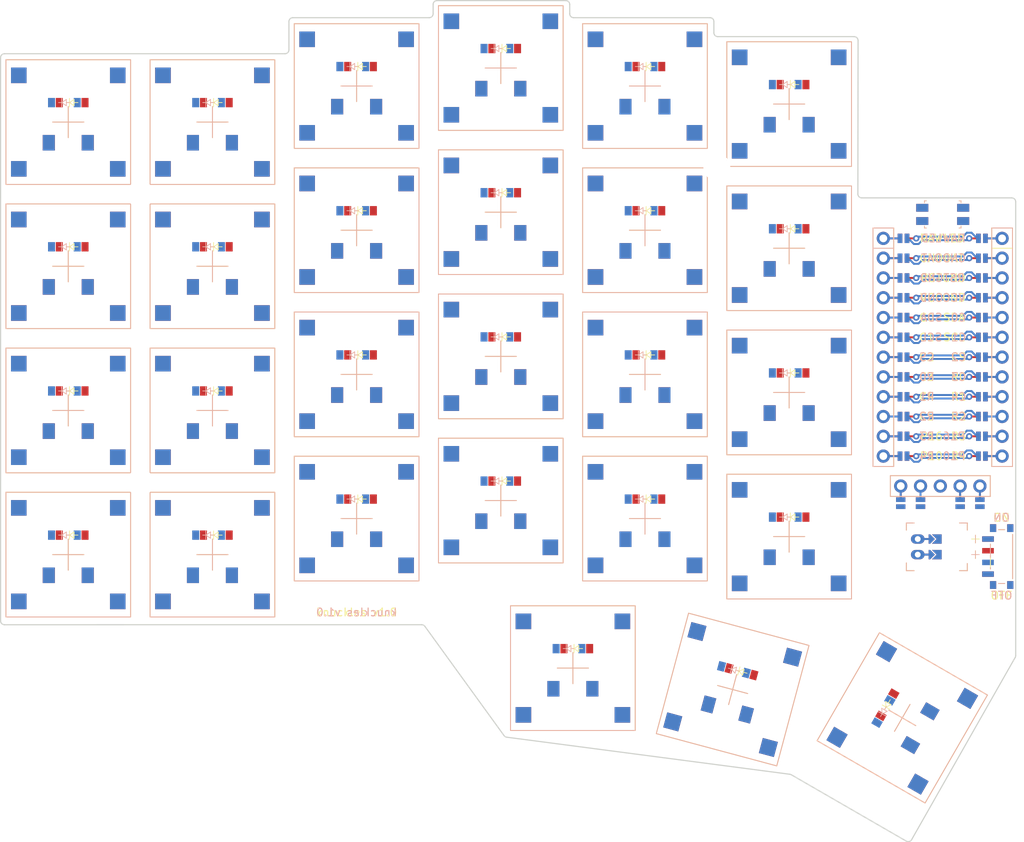
<source format=kicad_pcb>
(kicad_pcb (version 20240108) (generator "ergogen") (generator_version "4.1.0")
  (title_block (title "knuckles_wireless") (date "2025-03-17") (rev "0.2") (company "ceoloide"))
  (layers (0 "F.Cu" signal) (31 "B.Cu" signal) (34 "B.Paste" user) (35 "F.Paste" user) (36 "B.SilkS" user "B.Silkscreen") (37 "F.SilkS" user "F.Silkscreen") (38 "B.Mask" user) (39 "F.Mask" user) (44 "Edge.Cuts" user))
  (net 0 "")
  (net 1 "C0")
  (net 2 "outer_bottom_B")
  (net 3 "outer_home_B")
  (net 4 "outer_top_B")
  (net 5 "outer_numbers_B")
  (net 6 "C1")
  (net 7 "pinky_bottom_B")
  (net 8 "pinky_home_B")
  (net 9 "pinky_top_B")
  (net 10 "pinky_numbers_B")
  (net 11 "C2")
  (net 12 "ring_bottom_B")
  (net 13 "ring_home_B")
  (net 14 "ring_top_B")
  (net 15 "ring_numbers_B")
  (net 16 "C3")
  (net 17 "middle_bottom_B")
  (net 18 "middle_home_B")
  (net 19 "middle_top_B")
  (net 20 "middle_numbers_B")
  (net 21 "C4")
  (net 22 "index_bottom_B")
  (net 23 "index_home_B")
  (net 24 "index_top_B")
  (net 25 "index_numbers_B")
  (net 26 "C5")
  (net 27 "inner_bottom_B")
  (net 28 "inner_home_B")
  (net 29 "inner_top_B")
  (net 30 "inner_numbers_B")
  (net 31 "near_home_B")
  (net 32 "mid_home_B")
  (net 33 "far_home_B")
  (net 34 "R3")
  (net 35 "R2")
  (net 36 "R1")
  (net 37 "R0")
  (net 38 "R4")
  (net 39 "outer_bottom_F")
  (net 40 "outer_home_F")
  (net 41 "outer_top_F")
  (net 42 "outer_numbers_F")
  (net 43 "pinky_bottom_F")
  (net 44 "pinky_home_F")
  (net 45 "pinky_top_F")
  (net 46 "pinky_numbers_F")
  (net 47 "ring_bottom_F")
  (net 48 "ring_home_F")
  (net 49 "ring_top_F")
  (net 50 "ring_numbers_F")
  (net 51 "middle_bottom_F")
  (net 52 "middle_home_F")
  (net 53 "middle_top_F")
  (net 54 "middle_numbers_F")
  (net 55 "index_bottom_F")
  (net 56 "index_home_F")
  (net 57 "index_top_F")
  (net 58 "index_numbers_F")
  (net 59 "inner_bottom_F")
  (net 60 "inner_home_F")
  (net 61 "inner_top_F")
  (net 62 "inner_numbers_F")
  (net 63 "near_home_F")
  (net 64 "mid_home_F")
  (net 65 "far_home_F")
  (net 66 "RAW")
  (net 67 "GND")
  (net 68 "RST")
  (net 69 "VCC")
  (net 70 "P16")
  (net 71 "P10")
  (net 72 "LED")
  (net 73 "DAT")
  (net 74 "SDA")
  (net 75 "SCL")
  (net 76 "CS")
  (net 77 "P101")
  (net 78 "P102")
  (net 79 "P107")
  (net 80 "MCU1_24")
  (net 81 "MCU1_1")
  (net 82 "MCU1_23")
  (net 83 "MCU1_2")
  (net 84 "MCU1_22")
  (net 85 "MCU1_3")
  (net 86 "MCU1_21")
  (net 87 "MCU1_4")
  (net 88 "MCU1_20")
  (net 89 "MCU1_5")
  (net 90 "MCU1_19")
  (net 91 "MCU1_6")
  (net 92 "MCU1_18")
  (net 93 "MCU1_7")
  (net 94 "MCU1_17")
  (net 95 "MCU1_8")
  (net 96 "MCU1_16")
  (net 97 "MCU1_9")
  (net 98 "MCU1_15")
  (net 99 "MCU1_10")
  (net 100 "MCU1_14")
  (net 101 "MCU1_11")
  (net 102 "MCU1_13")
  (net 103 "MCU1_12")
  (net 104 "DISP1_1")
  (net 105 "DISP1_2")
  (net 106 "DISP1_4")
  (net 107 "DISP1_5")
  (net 108 "BAT_P")
  (net 109 "JST1_1")
  (net 110 "JST1_2")
  (footprint "ceoloide:mounting_hole_npth" (layer "F.Cu") (at 204.927 100.4635 0)
    (property "Reference" "MH1" hide)
  )
  (footprint "ceoloide:mounting_hole_npth" (layer "F.Cu") (at 218.969 108.7575 0)
    (property "Reference" "MH2" hide)
  )
  (footprint "ceoloide:mounting_hole_npth" (layer "F.Cu") (at 109.25 53.75 0)
    (property "Reference" "MH3" hide)
  )
  (footprint "ceoloide:mounting_hole_npth" (layer "F.Cu") (at 109.25 90.75 0)
    (property "Reference" "MH4" hide)
  )
  (footprint "ceoloide:mounting_hole_npth" (layer "F.Cu") (at 183.218 50.298500000000004 0)
    (property "Reference" "MH5" hide)
  )
  (footprint "ceoloide:mounting_hole_npth" (layer "F.Cu") (at 151.157 107.615 0)
    (property "Reference" "MH6" hide)
  )
  (footprint "ceoloide:mounting_hole_npth" (layer "F.Cu") (at 196.7245951 115.0067481 60)
    (property "Reference" "MH7" hide)
  )
  (footprint "CPG1316S01D02" (at 100 100 0) (layer B.Cu)
    (property "Reference" "S1" hide)
  )
  (footprint "CPG1316S01D02" (at 100 81.5 0) (layer B.Cu)
    (property "Reference" "S2" hide)
  )
  (footprint "CPG1316S01D02" (at 100 63 0) (layer B.Cu)
    (property "Reference" "S3" hide)
  )
  (footprint "CPG1316S01D02" (at 100 44.5 0) (layer B.Cu)
    (property "Reference" "S4" hide)
  )
  (footprint "CPG1316S01D02" (at 118.5 100 0) (layer B.Cu)
    (property "Reference" "S5" hide)
  )
  (footprint "CPG1316S01D02" (at 118.5 81.5 0) (layer B.Cu)
    (property "Reference" "S6" hide)
  )
  (footprint "CPG1316S01D02" (at 118.5 63 0) (layer B.Cu)
    (property "Reference" "S7" hide)
  )
  (footprint "CPG1316S01D02" (at 118.5 44.5 0) (layer B.Cu)
    (property "Reference" "S8" hide)
  )
  (footprint "CPG1316S01D02" (at 137 95.375 0) (layer B.Cu)
    (property "Reference" "S9" hide)
  )
  (footprint "CPG1316S01D02" (at 137 76.875 0) (layer B.Cu)
    (property "Reference" "S10" hide)
  )
  (footprint "CPG1316S01D02" (at 137 58.375 0) (layer B.Cu)
    (property "Reference" "S11" hide)
  )
  (footprint "CPG1316S01D02" (at 137 39.875 0) (layer B.Cu)
    (property "Reference" "S12" hide)
  )
  (footprint "CPG1316S01D02" (at 155.5 93.0625 0) (layer B.Cu)
    (property "Reference" "S13" hide)
  )
  (footprint "CPG1316S01D02" (at 155.5 74.5625 0) (layer B.Cu)
    (property "Reference" "S14" hide)
  )
  (footprint "CPG1316S01D02" (at 155.5 56.0625 0) (layer B.Cu)
    (property "Reference" "S15" hide)
  )
  (footprint "CPG1316S01D02" (at 155.5 37.5625 0) (layer B.Cu)
    (property "Reference" "S16" hide)
  )
  (footprint "CPG1316S01D02" (at 174 95.375 0) (layer B.Cu)
    (property "Reference" "S17" hide)
  )
  (footprint "CPG1316S01D02" (at 174 76.875 0) (layer B.Cu)
    (property "Reference" "S18" hide)
  )
  (footprint "CPG1316S01D02" (at 174 58.375 0) (layer B.Cu)
    (property "Reference" "S19" hide)
  )
  (footprint "CPG1316S01D02" (at 174 39.875 0) (layer B.Cu)
    (property "Reference" "S20" hide)
  )
  (footprint "CPG1316S01D02" (at 192.5 97.6875 0) (layer B.Cu)
    (property "Reference" "S21" hide)
  )
  (footprint "CPG1316S01D02" (at 192.5 79.1875 0) (layer B.Cu)
    (property "Reference" "S22" hide)
  )
  (footprint "CPG1316S01D02" (at 192.5 60.6875 0) (layer B.Cu)
    (property "Reference" "S23" hide)
  )
  (footprint "CPG1316S01D02" (at 192.5 42.1875 0) (layer B.Cu)
    (property "Reference" "S24" hide)
  )
  (footprint "CPG1316S01D02" (at 164.75 114.5625 0) (layer B.Cu)
    (property "Reference" "S25" hide)
  )
  (footprint "CPG1316S01D02" (at 185.25 117.3125 -15) (layer B.Cu)
    (property "Reference" "S26" hide)
  )
  (footprint "CPG1316S01D02" (at 207.0138429 120.9472481 60) (layer B.Cu)
    (property "Reference" "S27" hide)
  )
  (footprint "ceoloide:diode_tht_sod123" (layer "B.Cu") (at 99.5 97.5 0)
    (property "Reference" "D1" hide)
  )
  (footprint "ceoloide:diode_tht_sod123" (layer "B.Cu") (at 99.5 79 0)
    (property "Reference" "D2" hide)
  )
  (footprint "ceoloide:diode_tht_sod123" (layer "B.Cu") (at 99.5 60.5 0)
    (property "Reference" "D3" hide)
  )
  (footprint "ceoloide:diode_tht_sod123" (layer "B.Cu") (at 99.5 42 0)
    (property "Reference" "D4" hide)
  )
  (footprint "ceoloide:diode_tht_sod123" (layer "B.Cu") (at 118 97.5 0)
    (property "Reference" "D5" hide)
  )
  (footprint "ceoloide:diode_tht_sod123" (layer "B.Cu") (at 118 79 0)
    (property "Reference" "D6" hide)
  )
  (footprint "ceoloide:diode_tht_sod123" (layer "B.Cu") (at 118 60.5 0)
    (property "Reference" "D7" hide)
  )
  (footprint "ceoloide:diode_tht_sod123" (layer "B.Cu") (at 118 42 0)
    (property "Reference" "D8" hide)
  )
  (footprint "ceoloide:diode_tht_sod123" (layer "B.Cu") (at 136.5 92.875 0)
    (property "Reference" "D9" hide)
  )
  (footprint "ceoloide:diode_tht_sod123" (layer "B.Cu") (at 136.5 74.375 0)
    (property "Reference" "D10" hide)
  )
  (footprint "ceoloide:diode_tht_sod123" (layer "B.Cu") (at 136.5 55.875 0)
    (property "Reference" "D11" hide)
  )
  (footprint "ceoloide:diode_tht_sod123" (layer "B.Cu") (at 136.5 37.375 0)
    (property "Reference" "D12" hide)
  )
  (footprint "ceoloide:diode_tht_sod123" (layer "B.Cu") (at 155 90.5625 0)
    (property "Reference" "D13" hide)
  )
  (footprint "ceoloide:diode_tht_sod123" (layer "B.Cu") (at 155 72.0625 0)
    (property "Reference" "D14" hide)
  )
  (footprint "ceoloide:diode_tht_sod123" (layer "B.Cu") (at 155 53.5625 0)
    (property "Reference" "D15" hide)
  )
  (footprint "ceoloide:diode_tht_sod123" (layer "B.Cu") (at 155 35.0625 0)
    (property "Reference" "D16" hide)
  )
  (footprint "ceoloide:diode_tht_sod123" (layer "B.Cu") (at 173.5 92.875 0)
    (property "Reference" "D17" hide)
  )
  (footprint "ceoloide:diode_tht_sod123" (layer "B.Cu") (at 173.5 74.375 0)
    (property "Reference" "D18" hide)
  )
  (footprint "ceoloide:diode_tht_sod123" (layer "B.Cu") (at 173.5 55.875 0)
    (property "Reference" "D19" hide)
  )
  (footprint "ceoloide:diode_tht_sod123" (layer "B.Cu") (at 173.5 37.375 0)
    (property "Reference" "D20" hide)
  )
  (footprint "ceoloide:diode_tht_sod123" (layer "B.Cu") (at 192 95.1875 0)
    (property "Reference" "D21" hide)
  )
  (footprint "ceoloide:diode_tht_sod123" (layer "B.Cu") (at 192 76.6875 0)
    (property "Reference" "D22" hide)
  )
  (footprint "ceoloide:diode_tht_sod123" (layer "B.Cu") (at 192 58.1875 0)
    (property "Reference" "D23" hide)
  )
  (footprint "ceoloide:diode_tht_sod123" (layer "B.Cu") (at 192 39.6875 0)
    (property "Reference" "D24" hide)
  )
  (footprint "ceoloide:diode_tht_sod123" (layer "B.Cu") (at 164.25 112.0625 0)
    (property "Reference" "D25" hide)
  )
  (footprint "ceoloide:diode_tht_sod123" (layer "B.Cu") (at 185.4140847 114.7682759 -15)
    (property "Reference" "D26" hide)
  )
  (footprint "ceoloide:diode_tht_sod123" (layer "B.Cu") (at 204.59877939999998 120.1302608 60)
    (property "Reference" "D27" hide)
  )
  (footprint "CPG1316S01D02" (at 100 100 0) (layer F.Cu)
    (property "Reference" "S28" hide)
  )
  (footprint "CPG1316S01D02" (at 100 81.5 0) (layer F.Cu)
    (property "Reference" "S29" hide)
  )
  (footprint "CPG1316S01D02" (at 100 63 0) (layer F.Cu)
    (property "Reference" "S30" hide)
  )
  (footprint "CPG1316S01D02" (at 100 44.5 0) (layer F.Cu)
    (property "Reference" "S31" hide)
  )
  (footprint "CPG1316S01D02" (at 118.5 100 0) (layer F.Cu)
    (property "Reference" "S32" hide)
  )
  (footprint "CPG1316S01D02" (at 118.5 81.5 0) (layer F.Cu)
    (property "Reference" "S33" hide)
  )
  (footprint "CPG1316S01D02" (at 118.5 63 0) (layer F.Cu)
    (property "Reference" "S34" hide)
  )
  (footprint "CPG1316S01D02" (at 118.5 44.5 0) (layer F.Cu)
    (property "Reference" "S35" hide)
  )
  (footprint "CPG1316S01D02" (at 137 95.375 0) (layer F.Cu)
    (property "Reference" "S36" hide)
  )
  (footprint "CPG1316S01D02" (at 137 76.875 0) (layer F.Cu)
    (property "Reference" "S37" hide)
  )
  (footprint "CPG1316S01D02" (at 137 58.375 0) (layer F.Cu)
    (property "Reference" "S38" hide)
  )
  (footprint "CPG1316S01D02" (at 137 39.875 0) (layer F.Cu)
    (property "Reference" "S39" hide)
  )
  (footprint "CPG1316S01D02" (at 155.5 93.0625 0) (layer F.Cu)
    (property "Reference" "S40" hide)
  )
  (footprint "CPG1316S01D02" (at 155.5 74.5625 0) (layer F.Cu)
    (property "Reference" "S41" hide)
  )
  (footprint "CPG1316S01D02" (at 155.5 56.0625 0) (layer F.Cu)
    (property "Reference" "S42" hide)
  )
  (footprint "CPG1316S01D02" (at 155.5 37.5625 0) (layer F.Cu)
    (property "Reference" "S43" hide)
  )
  (footprint "CPG1316S01D02" (at 174 95.375 0) (layer F.Cu)
    (property "Reference" "S44" hide)
  )
  (footprint "CPG1316S01D02" (at 174 76.875 0) (layer F.Cu)
    (property "Reference" "S45" hide)
  )
  (footprint "CPG1316S01D02" (at 174 58.375 0) (layer F.Cu)
    (property "Reference" "S46" hide)
  )
  (footprint "CPG1316S01D02" (at 174 39.875 0) (layer F.Cu)
    (property "Reference" "S47" hide)
  )
  (footprint "CPG1316S01D02" (at 192.5 97.6875 0) (layer F.Cu)
    (property "Reference" "S48" hide)
  )
  (footprint "CPG1316S01D02" (at 192.5 79.1875 0) (layer F.Cu)
    (property "Reference" "S49" hide)
  )
  (footprint "CPG1316S01D02" (at 192.5 60.6875 0) (layer F.Cu)
    (property "Reference" "S50" hide)
  )
  (footprint "CPG1316S01D02" (at 192.5 42.1875 0) (layer F.Cu)
    (property "Reference" "S51" hide)
  )
  (footprint "CPG1316S01D02" (at 164.75 114.5625 0) (layer F.Cu)
    (property "Reference" "S52" hide)
  )
  (footprint "CPG1316S01D02" (at 185.25 117.3125 -15) (layer F.Cu)
    (property "Reference" "S53" hide)
  )
  (footprint "CPG1316S01D02" (at 207.0138429 120.9472481 60) (layer F.Cu)
    (property "Reference" "S54" hide)
  )
  (footprint "ceoloide:diode_tht_sod123" (layer "F.Cu") (at 100.5 97.5 0)
    (property "Reference" "D28" hide)
  )
  (footprint "ceoloide:diode_tht_sod123" (layer "F.Cu") (at 100.5 79 0)
    (property "Reference" "D29" hide)
  )
  (footprint "ceoloide:diode_tht_sod123" (layer "F.Cu") (at 100.5 60.5 0)
    (property "Reference" "D30" hide)
  )
  (footprint "ceoloide:diode_tht_sod123" (layer "F.Cu") (at 100.5 42 0)
    (property "Reference" "D31" hide)
  )
  (footprint "ceoloide:diode_tht_sod123" (layer "F.Cu") (at 119 97.5 0)
    (property "Reference" "D32" hide)
  )
  (footprint "ceoloide:diode_tht_sod123" (layer "F.Cu") (at 119 79 0)
    (property "Reference" "D33" hide)
  )
  (footprint "ceoloide:diode_tht_sod123" (layer "F.Cu") (at 119 60.5 0)
    (property "Reference" "D34" hide)
  )
  (footprint "ceoloide:diode_tht_sod123" (layer "F.Cu") (at 119 42 0)
    (property "Reference" "D35" hide)
  )
  (footprint "ceoloide:diode_tht_sod123" (layer "F.Cu") (at 137.5 92.875 0)
    (property "Reference" "D36" hide)
  )
  (footprint "ceoloide:diode_tht_sod123" (layer "F.Cu") (at 137.5 74.375 0)
    (property "Reference" "D37" hide)
  )
  (footprint "ceoloide:diode_tht_sod123" (layer "F.Cu") (at 137.5 55.875 0)
    (property "Reference" "D38" hide)
  )
  (footprint "ceoloide:diode_tht_sod123" (layer "F.Cu") (at 137.5 37.375 0)
    (property "Reference" "D39" hide)
  )
  (footprint "ceoloide:diode_tht_sod123" (layer "F.Cu") (at 156 90.5625 0)
    (property "Reference" "D40" hide)
  )
  (footprint "ceoloide:diode_tht_sod123" (layer "F.Cu") (at 156 72.0625 0)
    (property "Reference" "D41" hide)
  )
  (footprint "ceoloide:diode_tht_sod123" (layer "F.Cu") (at 156 53.5625 0)
    (property "Reference" "D42" hide)
  )
  (footprint "ceoloide:diode_tht_sod123" (layer "F.Cu") (at 156 35.0625 0)
    (property "Reference" "D43" hide)
  )
  (footprint "ceoloide:diode_tht_sod123" (layer "F.Cu") (at 174.5 92.875 0)
    (property "Reference" "D44" hide)
  )
  (footprint "ceoloide:diode_tht_sod123" (layer "F.Cu") (at 174.5 74.375 0)
    (property "Reference" "D45" hide)
  )
  (footprint "ceoloide:diode_tht_sod123" (layer "F.Cu") (at 174.5 55.875 0)
    (property "Reference" "D46" hide)
  )
  (footprint "ceoloide:diode_tht_sod123" (layer "F.Cu") (at 174.5 37.375 0)
    (property "Reference" "D47" hide)
  )
  (footprint "ceoloide:diode_tht_sod123" (layer "F.Cu") (at 193 95.1875 0)
    (property "Reference" "D48" hide)
  )
  (footprint "ceoloide:diode_tht_sod123" (layer "F.Cu") (at 193 76.6875 0)
    (property "Reference" "D49" hide)
  )
  (footprint "ceoloide:diode_tht_sod123" (layer "F.Cu") (at 193 58.1875 0)
    (property "Reference" "D50" hide)
  )
  (footprint "ceoloide:diode_tht_sod123" (layer "F.Cu") (at 193 39.6875 0)
    (property "Reference" "D51" hide)
  )
  (footprint "ceoloide:diode_tht_sod123" (layer "F.Cu") (at 165.25 112.0625 0)
    (property "Reference" "D52" hide)
  )
  (footprint "ceoloide:diode_tht_sod123" (layer "F.Cu") (at 186.3800105 115.027095 -15)
    (property "Reference" "D53" hide)
  )
  (footprint "ceoloide:diode_tht_sod123" (layer "F.Cu") (at 205.09877939999998 119.26423539999999 60)
    (property "Reference" "D54" hide)
  )
  (footprint "ceoloide:mcu_nice_nano" (layer "F.Cu") (at 212.204 72.12 0)
    (property "Reference" "MCU1" hide)
  )
  (segment (start 216.78400000000002 59.42) (end 215.604 59.42) (width 0.25) (layer "F.Cu"))
  (segment (start 207.624 59.42) (end 208.804 59.42) (width 0.25) (layer "F.Cu"))
  (segment (start 204.584 59.42) (end 206.704 59.42) (width 0.25) (layer "F.Cu"))
  (segment (start 204.584 59.42) (end 206.704 59.42) (width 0.25) (layer "B.Cu"))
  (segment (start 217.704 59.42) (end 219.824 59.42) (width 0.25) (layer "F.Cu"))
  (segment (start 219.824 59.42) (end 217.704 59.42) (width 0.25) (layer "B.Cu"))
  (segment (start 209.59930500000002 59.650000000000006) (end 215.374 59.650000000000006) (width 0.25) (layer "B.Cu"))
  (segment (start 207.429 59.42) (end 207.778695 59.42) (width 0.25) (layer "B.Cu"))
  (segment (start 208.503695 60.145) (end 209.104305 60.145) (width 0.25) (layer "B.Cu"))
  (segment (start 207.778695 59.42) (end 208.503695 60.145) (width 0.25) (layer "B.Cu"))
  (segment (start 209.104305 60.145) (end 209.59930500000002 59.650000000000006) (width 0.25) (layer "B.Cu"))
  (segment (start 216.979 59.42) (end 216.62930500000002 59.42) (width 0.25) (layer "B.Cu"))
  (segment (start 214.798695 59.2) (end 209.024 59.2) (width 0.25) (layer "B.Cu"))
  (segment (start 216.62930500000002 59.42) (end 215.90430500000002 58.69500000000001) (width 0.25) (layer "B.Cu"))
  (segment (start 215.90430500000002 58.69500000000001) (end 215.303695 58.69500000000001) (width 0.25) (layer "B.Cu"))
  (segment (start 215.303695 58.69500000000001) (end 214.798695 59.2) (width 0.25) (layer "B.Cu"))
  (segment (start 216.78400000000002 61.96000000000001) (end 215.604 61.96000000000001) (width 0.25) (layer "F.Cu"))
  (segment (start 207.624 61.96000000000001) (end 208.804 61.96000000000001) (width 0.25) (layer "F.Cu"))
  (segment (start 204.584 61.96000000000001) (end 206.704 61.96000000000001) (width 0.25) (layer "F.Cu"))
  (segment (start 204.584 61.96000000000001) (end 206.704 61.96000000000001) (width 0.25) (layer "B.Cu"))
  (segment (start 217.704 61.96000000000001) (end 219.824 61.96000000000001) (width 0.25) (layer "F.Cu"))
  (segment (start 219.824 61.96000000000001) (end 217.704 61.96000000000001) (width 0.25) (layer "B.Cu"))
  (segment (start 209.59930500000002 62.190000000000005) (end 215.374 62.190000000000005) (width 0.25) (layer "B.Cu"))
  (segment (start 207.429 61.96000000000001) (end 207.778695 61.96000000000001) (width 0.25) (layer "B.Cu"))
  (segment (start 208.503695 62.685) (end 209.104305 62.685) (width 0.25) (layer "B.Cu"))
  (segment (start 207.778695 61.96000000000001) (end 208.503695 62.685) (width 0.25) (layer "B.Cu"))
  (segment (start 209.104305 62.685) (end 209.59930500000002 62.190000000000005) (width 0.25) (layer "B.Cu"))
  (segment (start 216.979 61.96000000000001) (end 216.62930500000002 61.96000000000001) (width 0.25) (layer "B.Cu"))
  (segment (start 214.798695 61.74) (end 209.024 61.74) (width 0.25) (layer "B.Cu"))
  (segment (start 216.62930500000002 61.96000000000001) (end 215.90430500000002 61.23500000000001) (width 0.25) (layer "B.Cu"))
  (segment (start 215.90430500000002 61.23500000000001) (end 215.303695 61.23500000000001) (width 0.25) (layer "B.Cu"))
  (segment (start 215.303695 61.23500000000001) (end 214.798695 61.74) (width 0.25) (layer "B.Cu"))
  (segment (start 216.78400000000002 64.5) (end 215.604 64.5) (width 0.25) (layer "F.Cu"))
  (segment (start 207.624 64.5) (end 208.804 64.5) (width 0.25) (layer "F.Cu"))
  (segment (start 204.584 64.5) (end 206.704 64.5) (width 0.25) (layer "F.Cu"))
  (segment (start 204.584 64.5) (end 206.704 64.5) (width 0.25) (layer "B.Cu"))
  (segment (start 217.704 64.5) (end 219.824 64.5) (width 0.25) (layer "F.Cu"))
  (segment (start 219.824 64.5) (end 217.704 64.5) (width 0.25) (layer "B.Cu"))
  (segment (start 209.59930500000002 64.73) (end 215.374 64.73) (width 0.25) (layer "B.Cu"))
  (segment (start 207.429 64.5) (end 207.778695 64.5) (width 0.25) (layer "B.Cu"))
  (segment (start 208.503695 65.22500000000001) (end 209.104305 65.22500000000001) (width 0.25) (layer "B.Cu"))
  (segment (start 207.778695 64.5) (end 208.503695 65.22500000000001) (width 0.25) (layer "B.Cu"))
  (segment (start 209.104305 65.22500000000001) (end 209.59930500000002 64.73) (width 0.25) (layer "B.Cu"))
  (segment (start 216.979 64.5) (end 216.62930500000002 64.5) (width 0.25) (layer "B.Cu"))
  (segment (start 214.798695 64.28) (end 209.024 64.28) (width 0.25) (layer "B.Cu"))
  (segment (start 216.62930500000002 64.5) (end 215.90430500000002 63.775000000000006) (width 0.25) (layer "B.Cu"))
  (segment (start 215.90430500000002 63.775000000000006) (end 215.303695 63.775000000000006) (width 0.25) (layer "B.Cu"))
  (segment (start 215.303695 63.775000000000006) (end 214.798695 64.28) (width 0.25) (layer "B.Cu"))
  (segment (start 216.78400000000002 67.04) (end 215.604 67.04) (width 0.25) (layer "F.Cu"))
  (segment (start 207.624 67.04) (end 208.804 67.04) (width 0.25) (layer "F.Cu"))
  (segment (start 204.584 67.04) (end 206.704 67.04) (width 0.25) (layer "F.Cu"))
  (segment (start 204.584 67.04) (end 206.704 67.04) (width 0.25) (layer "B.Cu"))
  (segment (start 217.704 67.04) (end 219.824 67.04) (width 0.25) (layer "F.Cu"))
  (segment (start 219.824 67.04) (end 217.704 67.04) (width 0.25) (layer "B.Cu"))
  (segment (start 209.59930500000002 67.27000000000001) (end 215.374 67.27000000000001) (width 0.25) (layer "B.Cu"))
  (segment (start 207.429 67.04) (end 207.778695 67.04) (width 0.25) (layer "B.Cu"))
  (segment (start 208.503695 67.765) (end 209.104305 67.765) (width 0.25) (layer "B.Cu"))
  (segment (start 207.778695 67.04) (end 208.503695 67.765) (width 0.25) (layer "B.Cu"))
  (segment (start 209.104305 67.765) (end 209.59930500000002 67.27000000000001) (width 0.25) (layer "B.Cu"))
  (segment (start 216.979 67.04) (end 216.62930500000002 67.04) (width 0.25) (layer "B.Cu"))
  (segment (start 214.798695 66.82000000000001) (end 209.024 66.82000000000001) (width 0.25) (layer "B.Cu"))
  (segment (start 216.62930500000002 67.04) (end 215.90430500000002 66.315) (width 0.25) (layer "B.Cu"))
  (segment (start 215.90430500000002 66.315) (end 215.303695 66.315) (width 0.25) (layer "B.Cu"))
  (segment (start 215.303695 66.315) (end 214.798695 66.82000000000001) (width 0.25) (layer "B.Cu"))
  (segment (start 216.78400000000002 69.58) (end 215.604 69.58) (width 0.25) (layer "F.Cu"))
  (segment (start 207.624 69.58) (end 208.804 69.58) (width 0.25) (layer "F.Cu"))
  (segment (start 204.584 69.58) (end 206.704 69.58) (width 0.25) (layer "F.Cu"))
  (segment (start 204.584 69.58) (end 206.704 69.58) (width 0.25) (layer "B.Cu"))
  (segment (start 217.704 69.58) (end 219.824 69.58) (width 0.25) (layer "F.Cu"))
  (segment (start 219.824 69.58) (end 217.704 69.58) (width 0.25) (layer "B.Cu"))
  (segment (start 209.59930500000002 69.81) (end 215.374 69.81) (width 0.25) (layer "B.Cu"))
  (segment (start 207.429 69.58) (end 207.778695 69.58) (width 0.25) (layer "B.Cu"))
  (segment (start 208.503695 70.305) (end 209.104305 70.305) (width 0.25) (layer "B.Cu"))
  (segment (start 207.778695 69.58) (end 208.503695 70.305) (width 0.25) (layer "B.Cu"))
  (segment (start 209.104305 70.305) (end 209.59930500000002 69.81) (width 0.25) (layer "B.Cu"))
  (segment (start 216.979 69.58) (end 216.62930500000002 69.58) (width 0.25) (layer "B.Cu"))
  (segment (start 214.798695 69.36) (end 209.024 69.36) (width 0.25) (layer "B.Cu"))
  (segment (start 216.62930500000002 69.58) (end 215.90430500000002 68.855) (width 0.25) (layer "B.Cu"))
  (segment (start 215.90430500000002 68.855) (end 215.303695 68.855) (width 0.25) (layer "B.Cu"))
  (segment (start 215.303695 68.855) (end 214.798695 69.36) (width 0.25) (layer "B.Cu"))
  (segment (start 216.78400000000002 72.12) (end 215.604 72.12) (width 0.25) (layer "F.Cu"))
  (segment (start 207.624 72.12) (end 208.804 72.12) (width 0.25) (layer "F.Cu"))
  (segment (start 204.584 72.12) (end 206.704 72.12) (width 0.25) (layer "F.Cu"))
  (segment (start 204.584 72.12) (end 206.704 72.12) (width 0.25) (layer "B.Cu"))
  (segment (start 217.704 72.12) (end 219.824 72.12) (width 0.25) (layer "F.Cu"))
  (segment (start 219.824 72.12) (end 217.704 72.12) (width 0.25) (layer "B.Cu"))
  (segment (start 209.59930500000002 72.35000000000001) (end 215.374 72.35000000000001) (width 0.25) (layer "B.Cu"))
  (segment (start 207.429 72.12) (end 207.778695 72.12) (width 0.25) (layer "B.Cu"))
  (segment (start 208.503695 72.845) (end 209.104305 72.845) (width 0.25) (layer "B.Cu"))
  (segment (start 207.778695 72.12) (end 208.503695 72.845) (width 0.25) (layer "B.Cu"))
  (segment (start 209.104305 72.845) (end 209.59930500000002 72.35000000000001) (width 0.25) (layer "B.Cu"))
  (segment (start 216.979 72.12) (end 216.62930500000002 72.12) (width 0.25) (layer "B.Cu"))
  (segment (start 214.798695 71.9) (end 209.024 71.9) (width 0.25) (layer "B.Cu"))
  (segment (start 216.62930500000002 72.12) (end 215.90430500000002 71.39500000000001) (width 0.25) (layer "B.Cu"))
  (segment (start 215.90430500000002 71.39500000000001) (end 215.303695 71.39500000000001) (width 0.25) (layer "B.Cu"))
  (segment (start 215.303695 71.39500000000001) (end 214.798695 71.9) (width 0.25) (layer "B.Cu"))
  (segment (start 216.78400000000002 74.66000000000001) (end 215.604 74.66000000000001) (width 0.25) (layer "F.Cu"))
  (segment (start 207.624 74.66000000000001) (end 208.804 74.66000000000001) (width 0.25) (layer "F.Cu"))
  (segment (start 204.584 74.66000000000001) (end 206.704 74.66000000000001) (width 0.25) (layer "F.Cu"))
  (segment (start 204.584 74.66000000000001) (end 206.704 74.66000000000001) (width 0.25) (layer "B.Cu"))
  (segment (start 217.704 74.66000000000001) (end 219.824 74.66000000000001) (width 0.25) (layer "F.Cu"))
  (segment (start 219.824 74.66000000000001) (end 217.704 74.66000000000001) (width 0.25) (layer "B.Cu"))
  (segment (start 209.59930500000002 74.89) (end 215.374 74.89) (width 0.25) (layer "B.Cu"))
  (segment (start 207.429 74.66000000000001) (end 207.778695 74.66000000000001) (width 0.25) (layer "B.Cu"))
  (segment (start 208.503695 75.385) (end 209.104305 75.385) (width 0.25) (layer "B.Cu"))
  (segment (start 207.778695 74.66000000000001) (end 208.503695 75.385) (width 0.25) (layer "B.Cu"))
  (segment (start 209.104305 75.385) (end 209.59930500000002 74.89) (width 0.25) (layer "B.Cu"))
  (segment (start 216.979 74.66000000000001) (end 216.62930500000002 74.66000000000001) (width 0.25) (layer "B.Cu"))
  (segment (start 214.798695 74.44) (end 209.024 74.44) (width 0.25) (layer "B.Cu"))
  (segment (start 216.62930500000002 74.66000000000001) (end 215.90430500000002 73.935) (width 0.25) (layer "B.Cu"))
  (segment (start 215.90430500000002 73.935) (end 215.303695 73.935) (width 0.25) (layer "B.Cu"))
  (segment (start 215.303695 73.935) (end 214.798695 74.44) (width 0.25) (layer "B.Cu"))
  (segment (start 216.78400000000002 77.2) (end 215.604 77.2) (width 0.25) (layer "F.Cu"))
  (segment (start 207.624 77.2) (end 208.804 77.2) (width 0.25) (layer "F.Cu"))
  (segment (start 204.584 77.2) (end 206.704 77.2) (width 0.25) (layer "F.Cu"))
  (segment (start 204.584 77.2) (end 206.704 77.2) (width 0.25) (layer "B.Cu"))
  (segment (start 217.704 77.2) (end 219.824 77.2) (width 0.25) (layer "F.Cu"))
  (segment (start 219.824 77.2) (end 217.704 77.2) (width 0.25) (layer "B.Cu"))
  (segment (start 209.59930500000002 77.43) (end 215.374 77.43) (width 0.25) (layer "B.Cu"))
  (segment (start 207.429 77.2) (end 207.778695 77.2) (width 0.25) (layer "B.Cu"))
  (segment (start 208.503695 77.92500000000001) (end 209.104305 77.92500000000001) (width 0.25) (layer "B.Cu"))
  (segment (start 207.778695 77.2) (end 208.503695 77.92500000000001) (width 0.25) (layer "B.Cu"))
  (segment (start 209.104305 77.92500000000001) (end 209.59930500000002 77.43) (width 0.25) (layer "B.Cu"))
  (segment (start 216.979 77.2) (end 216.62930500000002 77.2) (width 0.25) (layer "B.Cu"))
  (segment (start 214.798695 76.98) (end 209.024 76.98) (width 0.25) (layer "B.Cu"))
  (segment (start 216.62930500000002 77.2) (end 215.90430500000002 76.47500000000001) (width 0.25) (layer "B.Cu"))
  (segment (start 215.90430500000002 76.47500000000001) (end 215.303695 76.47500000000001) (width 0.25) (layer "B.Cu"))
  (segment (start 215.303695 76.47500000000001) (end 214.798695 76.98) (width 0.25) (layer "B.Cu"))
  (segment (start 216.78400000000002 79.74000000000001) (end 215.604 79.74000000000001) (width 0.25) (layer "F.Cu"))
  (segment (start 207.624 79.74000000000001) (end 208.804 79.74000000000001) (width 0.25) (layer "F.Cu"))
  (segment (start 204.584 79.74000000000001) (end 206.704 79.74000000000001) (width 0.25) (layer "F.Cu"))
  (segment (start 204.584 79.74000000000001) (end 206.704 79.74000000000001) (width 0.25) (layer "B.Cu"))
  (segment (start 217.704 79.74000000000001) (end 219.824 79.74000000000001) (width 0.25) (layer "F.Cu"))
  (segment (start 219.824 79.74000000000001) (end 217.704 79.74000000000001) (width 0.25) (layer "B.Cu"))
  (segment (start 209.59930500000002 79.97) (end 215.374 79.97) (width 0.25) (layer "B.Cu"))
  (segment (start 207.429 79.74000000000001) (end 207.778695 79.74000000000001) (width 0.25) (layer "B.Cu"))
  (segment (start 208.503695 80.465) (end 209.104305 80.465) (width 0.25) (layer "B.Cu"))
  (segment (start 207.778695 79.74000000000001) (end 208.503695 80.465) (width 0.25) (layer "B.Cu"))
  (segment (start 209.104305 80.465) (end 209.59930500000002 79.97) (width 0.25) (layer "B.Cu"))
  (segment (start 216.979 79.74000000000001) (end 216.62930500000002 79.74000000000001) (width 0.25) (layer "B.Cu"))
  (segment (start 214.798695 79.52000000000001) (end 209.024 79.52000000000001) (width 0.25) (layer "B.Cu"))
  (segment (start 216.62930500000002 79.74000000000001) (end 215.90430500000002 79.015) (width 0.25) (layer "B.Cu"))
  (segment (start 215.90430500000002 79.015) (end 215.303695 79.015) (width 0.25) (layer "B.Cu"))
  (segment (start 215.303695 79.015) (end 214.798695 79.52000000000001) (width 0.25) (layer "B.Cu"))
  (segment (start 216.78400000000002 82.28) (end 215.604 82.28) (width 0.25) (layer "F.Cu"))
  (segment (start 207.624 82.28) (end 208.804 82.28) (width 0.25) (layer "F.Cu"))
  (segment (start 204.584 82.28) (end 206.704 82.28) (width 0.25) (layer "F.Cu"))
  (segment (start 204.584 82.28) (end 206.704 82.28) (width 0.25) (layer "B.Cu"))
  (segment (start 217.704 82.28) (end 219.824 82.28) (width 0.25) (layer "F.Cu"))
  (segment (start 219.824 82.28) (end 217.704 82.28) (width 0.25) (layer "B.Cu"))
  (segment (start 209.59930500000002 82.51) (end 215.374 82.51) (width 0.25) (layer "B.Cu"))
  (segment (start 207.429 82.28) (end 207.778695 82.28) (width 0.25) (layer "B.Cu"))
  (segment (start 208.503695 83.00500000000001) (end 209.104305 83.00500000000001) (width 0.25) (layer "B.Cu"))
  (segment (start 207.778695 82.28) (end 208.503695 83.00500000000001) (width 0.25) (layer "B.Cu"))
  (segment (start 209.104305 83.00500000000001) (end 209.59930500000002 82.51) (width 0.25) (layer "B.Cu"))
  (segment (start 216.979 82.28) (end 216.62930500000002 82.28) (width 0.25) (layer "B.Cu"))
  (segment (start 214.798695 82.06) (end 209.024 82.06) (width 0.25) (layer "B.Cu"))
  (segment (start 216.62930500000002 82.28) (end 215.90430500000002 81.555) (width 0.25) (layer "B.Cu"))
  (segment (start 215.90430500000002 81.555) (end 215.303695 81.555) (width 0.25) (layer "B.Cu"))
  (segment (start 215.303695 81.555) (end 214.798695 82.06) (width 0.25) (layer "B.Cu"))
  (segment (start 216.78400000000002 84.82000000000001) (end 215.604 84.82000000000001) (width 0.25) (layer "F.Cu"))
  (segment (start 207.624 84.82000000000001) (end 208.804 84.82000000000001) (width 0.25) (layer "F.Cu"))
  (segment (start 204.584 84.82000000000001) (end 206.704 84.82000000000001) (width 0.25) (layer "F.Cu"))
  (segment (start 204.584 84.82000000000001) (end 206.704 84.82000000000001) (width 0.25) (layer "B.Cu"))
  (segment (start 217.704 84.82000000000001) (end 219.824 84.82000000000001) (width 0.25) (layer "F.Cu"))
  (segment (start 219.824 84.82000000000001) (end 217.704 84.82000000000001) (width 0.25) (layer "B.Cu"))
  (segment (start 209.59930500000002 85.05000000000001) (end 215.374 85.05000000000001) (width 0.25) (layer "B.Cu"))
  (segment (start 207.429 84.82000000000001) (end 207.778695 84.82000000000001) (width 0.25) (layer "B.Cu"))
  (segment (start 208.503695 85.545) (end 209.104305 85.545) (width 0.25) (layer "B.Cu"))
  (segment (start 207.778695 84.82000000000001) (end 208.503695 85.545) (width 0.25) (layer "B.Cu"))
  (segment (start 209.104305 85.545) (end 209.59930500000002 85.05000000000001) (width 0.25) (layer "B.Cu"))
  (segment (start 216.979 84.82000000000001) (end 216.62930500000002 84.82000000000001) (width 0.25) (layer "B.Cu"))
  (segment (start 214.798695 84.60000000000001) (end 209.024 84.60000000000001) (width 0.25) (layer "B.Cu"))
  (segment (start 216.62930500000002 84.82000000000001) (end 215.90430500000002 84.095) (width 0.25) (layer "B.Cu"))
  (segment (start 215.90430500000002 84.095) (end 215.303695 84.095) (width 0.25) (layer "B.Cu"))
  (segment (start 215.303695 84.095) (end 214.798695 84.60000000000001) (width 0.25) (layer "B.Cu"))
  (segment (start 216.78400000000002 87.36) (end 215.604 87.36) (width 0.25) (layer "F.Cu"))
  (segment (start 207.624 87.36) (end 208.804 87.36) (width 0.25) (layer "F.Cu"))
  (segment (start 204.584 87.36) (end 206.704 87.36) (width 0.25) (layer "F.Cu"))
  (segment (start 204.584 87.36) (end 206.704 87.36) (width 0.25) (layer "B.Cu"))
  (segment (start 217.704 87.36) (end 219.824 87.36) (width 0.25) (layer "F.Cu"))
  (segment (start 219.824 87.36) (end 217.704 87.36) (width 0.25) (layer "B.Cu"))
  (segment (start 209.59930500000002 87.59) (end 215.374 87.59) (width 0.25) (layer "B.Cu"))
  (segment (start 207.429 87.36) (end 207.778695 87.36) (width 0.25) (layer "B.Cu"))
  (segment (start 208.503695 88.08500000000001) (end 209.104305 88.08500000000001) (width 0.25) (layer "B.Cu"))
  (segment (start 207.778695 87.36) (end 208.503695 88.08500000000001) (width 0.25) (layer "B.Cu"))
  (segment (start 209.104305 88.08500000000001) (end 209.59930500000002 87.59) (width 0.25) (layer "B.Cu"))
  (segment (start 216.979 87.36) (end 216.62930500000002 87.36) (width 0.25) (layer "B.Cu"))
  (segment (start 214.798695 87.14) (end 209.024 87.14) (width 0.25) (layer "B.Cu"))
  (segment (start 216.62930500000002 87.36) (end 215.90430500000002 86.635) (width 0.25) (layer "B.Cu"))
  (segment (start 215.90430500000002 86.635) (end 215.303695 86.635) (width 0.25) (layer "B.Cu"))
  (segment (start 215.303695 86.635) (end 214.798695 87.14) (width 0.25) (layer "B.Cu"))
  (gr_text "knuckles v1.0" (at 137 107.4 0) (layer "F.SilkS") (effects (font (size 1 1))))
  (gr_text "knuckles v1.0" (at 137 107.4 0) (layer "B.SilkS") (effects (font (size 1 1)) (justify mirror)))
  (footprint "ceoloide:display_nice_view" (layer F.Cu) (at 211.897 74.5 0)
    (property "Reference" "DISP1" hide)
  )
  (segment (start 206.81699999999998 91.2) (end 206.81699999999998 92.95) (width 0.25) (layer "F.Cu") (net 76))
  (segment (start 209.357 91.2) (end 209.357 92.95) (width 0.25) (layer "F.Cu") (net 67))
  (segment (start 214.43699999999998 91.2) (end 214.43699999999998 92.95) (width 0.25) (layer "F.Cu") (net 75))
  (segment (start 216.977 91.2) (end 216.977 92.95) (width 0.25) (layer "F.Cu") (net 74))
  (segment (start 206.81699999999998 91.2) (end 206.81699999999998 92.95) (width 0.25) (layer "B.Cu") (net 76))
  (segment (start 209.357 91.2) (end 209.357 92.95) (width 0.25) (layer "B.Cu") (net 67))
  (segment (start 214.43699999999998 91.2) (end 214.43699999999998 92.95) (width 0.25) (layer "B.Cu") (net 75))
  (segment (start 216.977 91.2) (end 216.977 92.95) (width 0.25) (layer "B.Cu") (net 74))
  (footprint "ceoloide:power_switch_smd_side" (layer "F.Cu") (at 219.75 100.25 0)
    (property "Reference" "PWR1" hide)
  )
  (footprint "ceoloide:reset_switch_smd_side" (layer "F.Cu") (at 212.204 56.3475 0)
    (property "Reference" "RST1" hide)
  )
  (footprint "ceoloide:battery_connector_jst_ph_2" (layer "F.Cu") (at 209 99 90)
    (property "Reference" "JST1" hide)
  )
  (segment (start 210.8 100) (end 209 100) (width 0.25) (layer "F.Cu") (net 109))
  (segment (start 210.8 100) (end 209 100) (width 0.25) (layer "B.Cu") (net 109))
  (segment (start 210.8 98) (end 209 98) (width 0.25) (layer "F.Cu") (net 110))
  (segment (start 210.8 98) (end 209 98) (width 0.25) (layer "B.Cu") (net 110))
  (gr_line (start 91.31698635159343 108.49749062536284) (end 91.3150136481544 36.22750013694167) (layer Edge.Cuts) (stroke (width 0.15)))
  (gr_line (start 91.81500014815305 35.727486486482476) (end 127.8150135 35.72651351314865) (layer Edge.Cuts) (stroke (width 0.15)))
  (gr_line (start 128.315 35.22651351314865) (end 128.315 31.6025) (layer Edge.Cuts) (stroke (width 0.15)))
  (gr_line (start 128.815 31.1025) (end 146.315 31.1025) (layer Edge.Cuts) (stroke (width 0.15)))
  (gr_line (start 146.815 30.6025) (end 146.815 29.4095) (layer Edge.Cuts) (stroke (width 0.15)))
  (gr_line (start 147.315 28.9095) (end 163.843 28.9095) (layer Edge.Cuts) (stroke (width 0.15)))
  (gr_line (start 164.343 29.4095) (end 164.343 30.6025) (layer Edge.Cuts) (stroke (width 0.15)))
  (gr_line (start 164.843 31.1025) (end 182.343 31.1025) (layer Edge.Cuts) (stroke (width 0.15)))
  (gr_line (start 182.843 31.6025) (end 182.843 33.03304053725676) (layer Edge.Cuts) (stroke (width 0.15)))
  (gr_line (start 183.34295944999997 33.53304053725271) (end 200.84243620018879 33.53445941374596) (layer Edge.Cuts) (stroke (width 0.15)))
  (gr_line (start 201.34239525024924 34.03506346369977) (end 201.31860479878452 53.72689595009433) (layer Edge.Cuts) (stroke (width 0.15)))
  (gr_line (start 221.25300000000001 113.634096) (end 208.21272077232524 136.5779134988179) (layer Edge.Cuts) (stroke (width 0.15)))
  (gr_line (start 207.52802516305385 136.76386391513054) (end 192.7774819394654 128.24763380959206) (layer Edge.Cuts) (stroke (width 0.15)))
  (gr_line (start 192.59238928387214 128.18487740231367) (end 156.25858872028917 123.42796357991985) (layer Edge.Cuts) (stroke (width 0.15)))
  (gr_line (start 155.91860908845237 123.2255654054282) (end 145.75722672948737 109.20164081803745) (layer Edge.Cuts) (stroke (width 0.15)))
  (gr_line (start 145.35231675324377 108.99501175082412) (end 91.81700935159206 108.99747697528336) (layer Edge.Cuts) (stroke (width 0.15)))
  (gr_line (start 201.81860439884503 54.2275) (end 221.068 54.2275) (layer Edge.Cuts) (stroke (width 0.15)))
  (gr_line (start 221.568 54.7275) (end 221.568 112.95452540612956) (layer Edge.Cuts) (stroke (width 0.15)))
  (gr_line (start 221.50101270000002 113.2045254061295) (end 221.25300000000001 113.634096) (layer Edge.Cuts) (stroke (width 0.15)))
  (gr_arc (start 91.81500014815305 35.727486486546695) (mid 91.46145064815305 35.8739426865467) (end 91.31501364815304 36.22750018654669) (layer Edge.Cuts) (stroke (width 0.15)))
  (gr_arc (start 127.81501349999999 35.72651351314865) (mid 128.1685582 35.58006211314866) (end 128.315 35.22651351314865) (layer Edge.Cuts) (stroke (width 0.15)))
  (gr_arc (start 128.815 31.1025) (mid 128.4614466 31.2489466) (end 128.315 31.6025) (layer Edge.Cuts) (stroke (width 0.15)))
  (gr_arc (start 146.315 31.1025) (mid 146.6685534 30.9560534) (end 146.815 30.6025) (layer Edge.Cuts) (stroke (width 0.15)))
  (gr_arc (start 147.315 28.9095) (mid 146.9614466 29.055946600000002) (end 146.815 29.4095) (layer Edge.Cuts) (stroke (width 0.15)))
  (gr_arc (start 164.343 29.4095) (mid 164.1965534 29.055946600000002) (end 163.843 28.9095) (layer Edge.Cuts) (stroke (width 0.15)))
  (gr_arc (start 164.343 30.6025) (mid 164.48944659999998 30.9560534) (end 164.843 31.1025) (layer Edge.Cuts) (stroke (width 0.15)))
  (gr_arc (start 182.843 31.6025) (mid 182.6965534 31.2489466) (end 182.343 31.1025) (layer Edge.Cuts) (stroke (width 0.15)))
  (gr_arc (start 182.843 33.03304053725676) (mid 182.98943229999998 33.38657963725676) (end 183.34295949999998 33.53304053725676) (layer Edge.Cuts) (stroke (width 0.15)))
  (gr_arc (start 201.3423952501888 34.0350635137419) (mid 201.19617685018878 33.681134013741904) (end 200.8424362501888 33.53445941374191) (layer Edge.Cuts) (stroke (width 0.15)))
  (gr_arc (start 201.31860479884503 53.726896000008146) (mid 201.46483759884504 54.08083980000815) (end 201.81860439884503 54.22750000000815) (layer Edge.Cuts) (stroke (width 0.15)))
  (gr_arc (start 221.568 54.7275) (mid 221.42155340000002 54.3739466) (end 221.068 54.2275) (layer Edge.Cuts) (stroke (width 0.15)))
  (gr_arc (start 221.50101270000002 113.20452540612956) (mid 221.5509629 113.08393490612956) (end 221.568 112.95452540612956) (layer Edge.Cuts) (stroke (width 0.15)))
  (gr_arc (start 207.52802516305388 136.76386391513057) (mid 207.9090690630539 136.81337321513055) (end 208.21272076305388 136.57791351513058) (layer Edge.Cuts) (stroke (width 0.15)))
  (gr_arc (start 192.77748193946536 128.24763380959206) (mid 192.68803173946537 128.20712380959208) (end 192.59238923946535 128.18487740959208) (layer Edge.Cuts) (stroke (width 0.15)))
  (gr_arc (start 155.91860906469594 123.2255654726414) (mid 156.06772676469595 123.36182467264142) (end 156.25858876469596 123.42796367264141) (layer Edge.Cuts) (stroke (width 0.15)))
  (gr_arc (start 145.75722675324377 109.20164075082414) (mid 145.57961185324376 109.04964965082414) (end 145.35231675324377 108.99501175082413) (layer Edge.Cuts) (stroke (width 0.15)))
  (gr_arc (start 91.31698635159206 108.49749067528336) (mid 91.46344595159206 108.85104337528337) (end 91.81700935159206 108.99747697528336) (layer Edge.Cuts) (stroke (width 0.15)))
)
</source>
